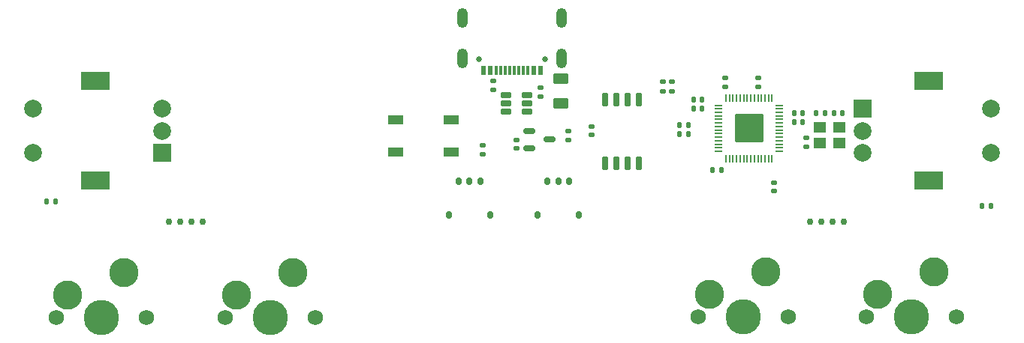
<source format=gbr>
%TF.GenerationSoftware,KiCad,Pcbnew,(7.0.0)*%
%TF.CreationDate,2023-02-23T19:51:54-08:00*%
%TF.ProjectId,4k-mania-keypad,346b2d6d-616e-4696-912d-6b6579706164,rev?*%
%TF.SameCoordinates,PX5ac6868PY7028288*%
%TF.FileFunction,Soldermask,Top*%
%TF.FilePolarity,Negative*%
%FSLAX46Y46*%
G04 Gerber Fmt 4.6, Leading zero omitted, Abs format (unit mm)*
G04 Created by KiCad (PCBNEW (7.0.0)) date 2023-02-23 19:51:54*
%MOMM*%
%LPD*%
G01*
G04 APERTURE LIST*
G04 Aperture macros list*
%AMRoundRect*
0 Rectangle with rounded corners*
0 $1 Rounding radius*
0 $2 $3 $4 $5 $6 $7 $8 $9 X,Y pos of 4 corners*
0 Add a 4 corners polygon primitive as box body*
4,1,4,$2,$3,$4,$5,$6,$7,$8,$9,$2,$3,0*
0 Add four circle primitives for the rounded corners*
1,1,$1+$1,$2,$3*
1,1,$1+$1,$4,$5*
1,1,$1+$1,$6,$7*
1,1,$1+$1,$8,$9*
0 Add four rect primitives between the rounded corners*
20,1,$1+$1,$2,$3,$4,$5,0*
20,1,$1+$1,$4,$5,$6,$7,0*
20,1,$1+$1,$6,$7,$8,$9,0*
20,1,$1+$1,$8,$9,$2,$3,0*%
G04 Aperture macros list end*
%ADD10RoundRect,0.135000X-0.185000X0.135000X-0.185000X-0.135000X0.185000X-0.135000X0.185000X0.135000X0*%
%ADD11RoundRect,0.150000X-0.150000X-0.275000X0.150000X-0.275000X0.150000X0.275000X-0.150000X0.275000X0*%
%ADD12RoundRect,0.175000X-0.175000X-0.225000X0.175000X-0.225000X0.175000X0.225000X-0.175000X0.225000X0*%
%ADD13RoundRect,0.135000X0.185000X-0.135000X0.185000X0.135000X-0.185000X0.135000X-0.185000X-0.135000X0*%
%ADD14RoundRect,0.140000X0.170000X-0.140000X0.170000X0.140000X-0.170000X0.140000X-0.170000X-0.140000X0*%
%ADD15RoundRect,0.140000X0.140000X0.170000X-0.140000X0.170000X-0.140000X-0.170000X0.140000X-0.170000X0*%
%ADD16R,2.000000X2.000000*%
%ADD17C,2.000000*%
%ADD18R,3.200000X2.000000*%
%ADD19C,0.750000*%
%ADD20RoundRect,0.140000X-0.170000X0.140000X-0.170000X-0.140000X0.170000X-0.140000X0.170000X0.140000X0*%
%ADD21RoundRect,0.140000X-0.140000X-0.170000X0.140000X-0.170000X0.140000X0.170000X-0.140000X0.170000X0*%
%ADD22RoundRect,0.050000X0.050000X-0.387500X0.050000X0.387500X-0.050000X0.387500X-0.050000X-0.387500X0*%
%ADD23RoundRect,0.050000X0.387500X-0.050000X0.387500X0.050000X-0.387500X0.050000X-0.387500X-0.050000X0*%
%ADD24RoundRect,0.144000X1.456000X-1.456000X1.456000X1.456000X-1.456000X1.456000X-1.456000X-1.456000X0*%
%ADD25RoundRect,0.150000X0.475000X0.150000X-0.475000X0.150000X-0.475000X-0.150000X0.475000X-0.150000X0*%
%ADD26RoundRect,0.147500X0.147500X0.172500X-0.147500X0.172500X-0.147500X-0.172500X0.147500X-0.172500X0*%
%ADD27RoundRect,0.150000X0.150000X-0.650000X0.150000X0.650000X-0.150000X0.650000X-0.150000X-0.650000X0*%
%ADD28R,1.800000X1.100000*%
%ADD29RoundRect,0.150000X-0.512500X-0.150000X0.512500X-0.150000X0.512500X0.150000X-0.512500X0.150000X0*%
%ADD30C,0.650000*%
%ADD31R,0.540000X1.100000*%
%ADD32R,0.300000X1.100000*%
%ADD33O,1.200000X2.250000*%
%ADD34RoundRect,0.135000X0.135000X0.185000X-0.135000X0.185000X-0.135000X-0.185000X0.135000X-0.185000X0*%
%ADD35RoundRect,0.147500X-0.147500X-0.172500X0.147500X-0.172500X0.147500X0.172500X-0.147500X0.172500X0*%
%ADD36RoundRect,0.250000X-0.625000X0.375000X-0.625000X-0.375000X0.625000X-0.375000X0.625000X0.375000X0*%
%ADD37R,1.400000X1.200000*%
%ADD38C,1.750000*%
%ADD39C,3.987800*%
%ADD40C,3.300000*%
G04 APERTURE END LIST*
D10*
%TO.C,R4*%
X52538082Y28992019D03*
X52538082Y27972019D03*
%TD*%
%TO.C,R5*%
X72825000Y36115000D03*
X72825000Y35095000D03*
%TD*%
D11*
%TO.C,J3*%
X59815000Y24880000D03*
X61015000Y24880000D03*
X62215000Y24880000D03*
D12*
X58665000Y21105000D03*
X63365000Y21105000D03*
%TD*%
D13*
%TO.C,R1*%
X59015000Y34495000D03*
X59015000Y35515000D03*
%TD*%
D14*
%TO.C,C11*%
X83539949Y35592638D03*
X83539949Y36552638D03*
%TD*%
%TO.C,C9*%
X79815000Y35605000D03*
X79815000Y36565000D03*
%TD*%
D15*
%TO.C,C6*%
X77245000Y34105000D03*
X76285000Y34105000D03*
%TD*%
D16*
%TO.C,SW1*%
X16314999Y28104999D03*
D17*
X16315000Y33105000D03*
X16315000Y30605000D03*
D18*
X8814999Y25004999D03*
X8814999Y36204999D03*
D17*
X1815000Y33105000D03*
X1815000Y28105000D03*
%TD*%
D19*
%TO.C,REF\u002A\u002A*%
X17090000Y20355000D03*
X18360000Y20355000D03*
X19630000Y20355000D03*
X20900000Y20355000D03*
%TD*%
D20*
%TO.C,C8*%
X85318016Y24717345D03*
X85318016Y23757345D03*
%TD*%
D16*
%TO.C,SW2*%
X95314999Y33104999D03*
D17*
X95315000Y28105000D03*
X95315000Y30605000D03*
D18*
X102814999Y36204999D03*
X102814999Y25004999D03*
D17*
X109815000Y28105000D03*
X109815000Y33105000D03*
%TD*%
D14*
%TO.C,C2*%
X56315000Y28625000D03*
X56315000Y29585000D03*
%TD*%
%TO.C,C4*%
X89009884Y28817420D03*
X89009884Y29777420D03*
%TD*%
D21*
%TO.C,C13*%
X87635000Y32605000D03*
X88595000Y32605000D03*
%TD*%
D22*
%TO.C,U1*%
X79940000Y27442500D03*
X80340000Y27442500D03*
X80740000Y27442500D03*
X81140000Y27442500D03*
X81540000Y27442500D03*
X81940000Y27442500D03*
X82340000Y27442500D03*
X82740000Y27442500D03*
X83140000Y27442500D03*
X83540000Y27442500D03*
X83940000Y27442500D03*
X84340000Y27442500D03*
X84740000Y27442500D03*
X85140000Y27442500D03*
D23*
X85977500Y28280000D03*
X85977500Y28680000D03*
X85977500Y29080000D03*
X85977500Y29480000D03*
X85977500Y29880000D03*
X85977500Y30280000D03*
X85977500Y30680000D03*
X85977500Y31080000D03*
X85977500Y31480000D03*
X85977500Y31880000D03*
X85977500Y32280000D03*
X85977500Y32680000D03*
X85977500Y33080000D03*
X85977500Y33480000D03*
D22*
X85140000Y34317500D03*
X84740000Y34317500D03*
X84340000Y34317500D03*
X83940000Y34317500D03*
X83540000Y34317500D03*
X83140000Y34317500D03*
X82740000Y34317500D03*
X82340000Y34317500D03*
X81940000Y34317500D03*
X81540000Y34317500D03*
X81140000Y34317500D03*
X80740000Y34317500D03*
X80340000Y34317500D03*
X79940000Y34317500D03*
D23*
X79102500Y33480000D03*
X79102500Y33080000D03*
X79102500Y32680000D03*
X79102500Y32280000D03*
X79102500Y31880000D03*
X79102500Y31480000D03*
X79102500Y31080000D03*
X79102500Y30680000D03*
X79102500Y30280000D03*
X79102500Y29880000D03*
X79102500Y29480000D03*
X79102500Y29080000D03*
X79102500Y28680000D03*
X79102500Y28280000D03*
D24*
X82540000Y30880000D03*
%TD*%
D14*
%TO.C,C1*%
X62182214Y29592557D03*
X62182214Y30552557D03*
%TD*%
D25*
%TO.C,U2*%
X57502048Y32731164D03*
X57502048Y33681164D03*
X57502048Y34631164D03*
X55152048Y34631164D03*
X55152048Y33681164D03*
X55152048Y32731164D03*
%TD*%
D15*
%TO.C,C12*%
X75666995Y31249232D03*
X74706995Y31249232D03*
%TD*%
D26*
%TO.C,D1*%
X4300000Y22605000D03*
X3330000Y22605000D03*
%TD*%
D27*
%TO.C,U4*%
X66265000Y26905000D03*
X67535000Y26905000D03*
X68805000Y26905000D03*
X70075000Y26905000D03*
X70075000Y34105000D03*
X68805000Y34105000D03*
X67535000Y34105000D03*
X66265000Y34105000D03*
%TD*%
D28*
%TO.C,SW7*%
X48914999Y28154999D03*
X42714999Y31854999D03*
X48914999Y31854999D03*
X42714999Y28154999D03*
%TD*%
D29*
%TO.C,U3*%
X57740000Y30555000D03*
X57740000Y28655000D03*
X60015000Y29605000D03*
%TD*%
D21*
%TO.C,C5*%
X92135000Y32605000D03*
X93095000Y32605000D03*
%TD*%
D30*
%TO.C,J1*%
X59555000Y38665000D03*
X52055000Y38665000D03*
D31*
X59004999Y37464999D03*
X58254999Y37464999D03*
D32*
X57054999Y37464999D03*
X56054999Y37464999D03*
X55554999Y37464999D03*
X54554999Y37464999D03*
D31*
X53354999Y37464999D03*
X52604999Y37464999D03*
X52604999Y37464999D03*
X53354999Y37464999D03*
D32*
X54054999Y37464999D03*
X55054999Y37464999D03*
X56554999Y37464999D03*
X57554999Y37464999D03*
D31*
X58254999Y37464999D03*
X59004999Y37464999D03*
D33*
X61399999Y43344999D03*
X61379999Y38744999D03*
X50249999Y43344999D03*
X50229999Y38744999D03*
%TD*%
D20*
%TO.C,C3*%
X64815000Y31085000D03*
X64815000Y30125000D03*
%TD*%
D34*
%TO.C,R3*%
X91125000Y32605000D03*
X90105000Y32605000D03*
%TD*%
D35*
%TO.C,D2*%
X108830000Y22105000D03*
X109800000Y22105000D03*
%TD*%
D15*
%TO.C,C14*%
X77245000Y33105000D03*
X76285000Y33105000D03*
%TD*%
%TO.C,C10*%
X79406623Y26146343D03*
X78446623Y26146343D03*
%TD*%
D36*
%TO.C,F1*%
X61315000Y36505000D03*
X61315000Y33705000D03*
%TD*%
D21*
%TO.C,C7*%
X87655000Y31605000D03*
X88615000Y31605000D03*
%TD*%
D37*
%TO.C,Y1*%
X92714999Y30954999D03*
X90514999Y30954999D03*
X90514999Y29254999D03*
X92714999Y29254999D03*
%TD*%
D11*
%TO.C,J2*%
X49815000Y24880000D03*
X51015000Y24880000D03*
X52215000Y24880000D03*
D12*
X48665000Y21105000D03*
X53365000Y21105000D03*
%TD*%
D15*
%TO.C,C15*%
X75666995Y30249232D03*
X74706995Y30249232D03*
%TD*%
D10*
%TO.C,R2*%
X53715000Y36215000D03*
X53715000Y35195000D03*
%TD*%
D19*
%TO.C,REF\u002A\u002A*%
X89410000Y20355000D03*
X90680000Y20355000D03*
X91950000Y20355000D03*
X93220000Y20355000D03*
%TD*%
D10*
%TO.C,R6*%
X73815000Y36115000D03*
X73815000Y35095000D03*
%TD*%
D38*
%TO.C,SW5*%
X86975000Y9605000D03*
D39*
X81895000Y9605000D03*
D38*
X76815000Y9605000D03*
D40*
X78085000Y12145000D03*
X84435000Y14685000D03*
%TD*%
D38*
%TO.C,SW6*%
X105895000Y9605000D03*
D39*
X100815000Y9605000D03*
D38*
X95735000Y9605000D03*
D40*
X97005000Y12145000D03*
X103355000Y14685000D03*
%TD*%
D38*
%TO.C,SW4*%
X33605000Y9525000D03*
D39*
X28525000Y9525000D03*
D38*
X23445000Y9525000D03*
D40*
X24715000Y12065000D03*
X31065000Y14605000D03*
%TD*%
D38*
%TO.C,SW3*%
X14605000Y9525000D03*
D39*
X9525000Y9525000D03*
D38*
X4445000Y9525000D03*
D40*
X5715000Y12065000D03*
X12065000Y14605000D03*
%TD*%
M02*

</source>
